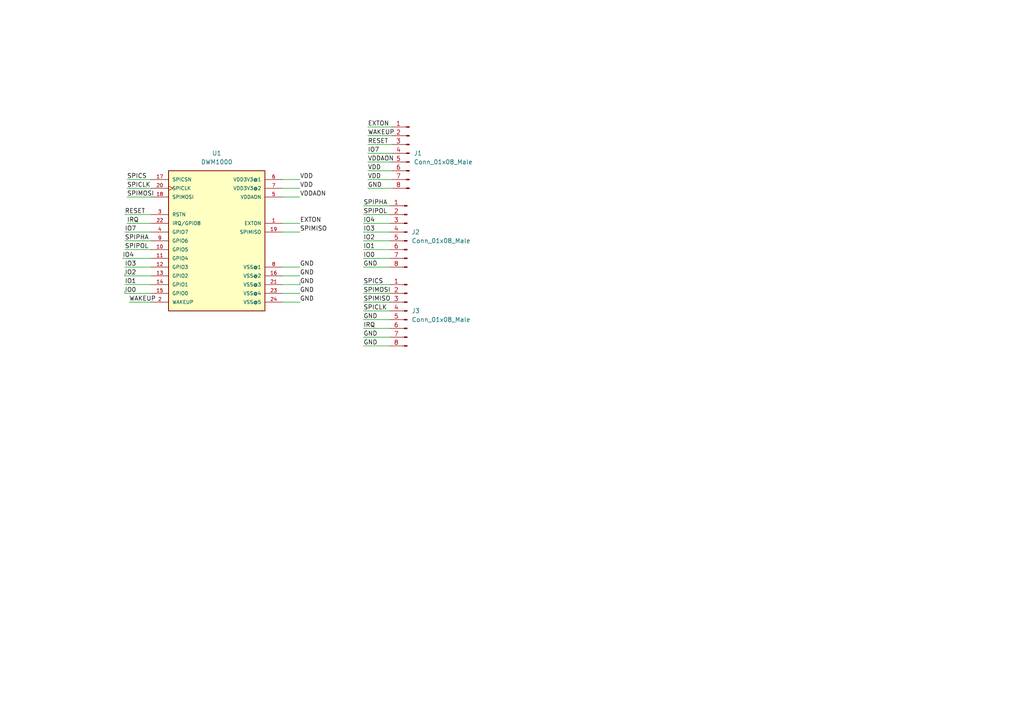
<source format=kicad_sch>
(kicad_sch (version 20210621) (generator eeschema)
  (paper "A4")
  (lib_symbols
    (symbol "Connector:Conn_01x08_Male" (pin_names (offset 1.016) hide)
      (property "Reference" "J" (at 0 10.16 0))
      (property "Value" "Conn_01x08_Male" (at 0 -12.7 0))
      (symbol "Conn_01x08_Male_1_1"
        (rectangle (start 0.8636 -10.033) (end 0 -10.287) (stroke (width 0.1524)) (fill (type outline)))
        (rectangle (start 0.8636 -7.493) (end 0 -7.747) (stroke (width 0.1524)) (fill (type outline)))
        (rectangle (start 0.8636 -4.953) (end 0 -5.207) (stroke (width 0.1524)) (fill (type outline)))
        (rectangle (start 0.8636 -2.413) (end 0 -2.667) (stroke (width 0.1524)) (fill (type outline)))
        (rectangle (start 0.8636 0.127) (end 0 -0.127) (stroke (width 0.1524)) (fill (type outline)))
        (rectangle (start 0.8636 2.667) (end 0 2.413) (stroke (width 0.1524)) (fill (type outline)))
        (rectangle (start 0.8636 5.207) (end 0 4.953) (stroke (width 0.1524)) (fill (type outline)))
        (rectangle (start 0.8636 7.747) (end 0 7.493) (stroke (width 0.1524)) (fill (type outline)))
        (polyline (pts (xy 1.27 -10.16) (xy 0.8636 -10.16)) (stroke (width 0.1524)))
        (polyline (pts (xy 1.27 -7.62) (xy 0.8636 -7.62)) (stroke (width 0.1524)))
        (polyline (pts (xy 1.27 -5.08) (xy 0.8636 -5.08)) (stroke (width 0.1524)))
        (polyline (pts (xy 1.27 -2.54) (xy 0.8636 -2.54)) (stroke (width 0.1524)))
        (polyline (pts (xy 1.27 0) (xy 0.8636 0)) (stroke (width 0.1524)))
        (polyline (pts (xy 1.27 2.54) (xy 0.8636 2.54)) (stroke (width 0.1524)))
        (polyline (pts (xy 1.27 5.08) (xy 0.8636 5.08)) (stroke (width 0.1524)))
        (polyline (pts (xy 1.27 7.62) (xy 0.8636 7.62)) (stroke (width 0.1524)))
        (pin passive line (at 5.08 7.62 180) (length 3.81) (name "Pin_1") (number "1"))
        (pin passive line (at 5.08 5.08 180) (length 3.81) (name "Pin_2") (number "2"))
        (pin passive line (at 5.08 2.54 180) (length 3.81) (name "Pin_3") (number "3"))
        (pin passive line (at 5.08 0 180) (length 3.81) (name "Pin_4") (number "4"))
        (pin passive line (at 5.08 -2.54 180) (length 3.81) (name "Pin_5") (number "5"))
        (pin passive line (at 5.08 -5.08 180) (length 3.81) (name "Pin_6") (number "6"))
        (pin passive line (at 5.08 -7.62 180) (length 3.81) (name "Pin_7") (number "7"))
        (pin passive line (at 5.08 -10.16 180) (length 3.81) (name "Pin_8") (number "8"))
      )
    )
    (symbol "dwm1000:DWM1000" (pin_names (offset 1.016))
      (property "Reference" "U" (at -12.7 20.3454 0))
      (property "Value" "DWM1000" (at -12.7 -22.86 0))
      (symbol "DWM1000_0_0"
        (rectangle (start -12.7 -20.32) (end 15.24 20.32) (stroke (width 0.254)) (fill (type background)))
        (pin output line (at 20.32 5.08 180) (length 5.08) (name "EXTON") (number "1"))
        (pin bidirectional line (at -17.78 -2.54 0) (length 5.08) (name "GPIO5") (number "10"))
        (pin bidirectional line (at -17.78 -5.08 0) (length 5.08) (name "GPIO4") (number "11"))
        (pin bidirectional line (at -17.78 -7.62 0) (length 5.08) (name "GPIO3") (number "12"))
        (pin bidirectional line (at -17.78 -10.16 0) (length 5.08) (name "GPIO2") (number "13"))
        (pin bidirectional line (at -17.78 -12.7 0) (length 5.08) (name "GPIO1") (number "14"))
        (pin bidirectional line (at -17.78 -15.24 0) (length 5.08) (name "GPIO0") (number "15"))
        (pin power_in line (at 20.32 -10.16 180) (length 5.08) (name "VSS@2") (number "16"))
        (pin input line (at -17.78 17.78 0) (length 5.08) (name "SPICSN") (number "17"))
        (pin input line (at -17.78 12.7 0) (length 5.08) (name "SPIMOSI") (number "18"))
        (pin output line (at 20.32 2.54 180) (length 5.08) (name "SPIMISO") (number "19"))
        (pin bidirectional line (at -17.78 -17.78 0) (length 5.08) (name "WAKEUP") (number "2"))
        (pin input clock (at -17.78 15.24 0) (length 5.08) (name "SPICLK") (number "20"))
        (pin power_in line (at 20.32 -12.7 180) (length 5.08) (name "VSS@3") (number "21"))
        (pin bidirectional line (at -17.78 5.08 0) (length 5.08) (name "IRQ/GPIO8") (number "22"))
        (pin power_in line (at 20.32 -15.24 180) (length 5.08) (name "VSS@4") (number "23"))
        (pin power_in line (at 20.32 -17.78 180) (length 5.08) (name "VSS@5") (number "24"))
        (pin bidirectional line (at -17.78 7.62 0) (length 5.08) (name "RSTN") (number "3"))
        (pin bidirectional line (at -17.78 2.54 0) (length 5.08) (name "GPIO7") (number "4"))
        (pin power_in line (at 20.32 12.7 180) (length 5.08) (name "VDDAON") (number "5"))
        (pin power_in line (at 20.32 17.78 180) (length 5.08) (name "VDD3V3@1") (number "6"))
        (pin power_in line (at 20.32 15.24 180) (length 5.08) (name "VDD3V3@2") (number "7"))
        (pin power_in line (at 20.32 -7.62 180) (length 5.08) (name "VSS@1") (number "8"))
        (pin bidirectional line (at -17.78 0 0) (length 5.08) (name "GPIO6") (number "9"))
      )
    )
  )
  (wire (pts (xy 35.56 74.93) (xy 43.815 74.93)))
  (wire (pts (xy 36.195 62.23) (xy 43.815 62.23)))
  (wire (pts (xy 36.195 67.31) (xy 43.815 67.31)))
  (wire (pts (xy 36.195 69.85) (xy 43.815 69.85)))
  (wire (pts (xy 36.195 72.39) (xy 43.815 72.39)))
  (wire (pts (xy 36.195 77.47) (xy 43.815 77.47)))
  (wire (pts (xy 36.195 79.375) (xy 36.195 80.01)))
  (wire (pts (xy 36.195 82.55) (xy 43.815 82.55)))
  (wire (pts (xy 36.195 84.455) (xy 36.195 85.09)))
  (wire (pts (xy 36.83 52.07) (xy 43.815 52.07)))
  (wire (pts (xy 36.83 54.61) (xy 43.815 54.61)))
  (wire (pts (xy 36.83 57.15) (xy 43.815 57.15)))
  (wire (pts (xy 36.83 64.77) (xy 43.815 64.77)))
  (wire (pts (xy 37.465 87.63) (xy 43.815 87.63)))
  (wire (pts (xy 43.815 80.01) (xy 36.195 80.01)))
  (wire (pts (xy 43.815 85.09) (xy 36.195 85.09)))
  (wire (pts (xy 81.915 52.07) (xy 86.995 52.07)))
  (wire (pts (xy 81.915 54.61) (xy 86.995 54.61)))
  (wire (pts (xy 81.915 57.15) (xy 86.995 57.15)))
  (wire (pts (xy 81.915 64.77) (xy 86.995 64.77)))
  (wire (pts (xy 81.915 67.31) (xy 86.995 67.31)))
  (wire (pts (xy 81.915 77.47) (xy 86.995 77.47)))
  (wire (pts (xy 81.915 80.01) (xy 86.995 80.01)))
  (wire (pts (xy 81.915 82.55) (xy 86.995 82.55)))
  (wire (pts (xy 81.915 85.09) (xy 86.995 85.09)))
  (wire (pts (xy 81.915 87.63) (xy 86.995 87.63)))
  (wire (pts (xy 86.995 81.915) (xy 86.995 82.55)))
  (wire (pts (xy 105.41 59.69) (xy 113.03 59.69)))
  (wire (pts (xy 105.41 62.23) (xy 113.03 62.23)))
  (wire (pts (xy 105.41 64.77) (xy 113.03 64.77)))
  (wire (pts (xy 105.41 67.31) (xy 113.03 67.31)))
  (wire (pts (xy 105.41 69.85) (xy 113.03 69.85)))
  (wire (pts (xy 105.41 72.39) (xy 113.03 72.39)))
  (wire (pts (xy 105.41 74.93) (xy 113.03 74.93)))
  (wire (pts (xy 105.41 77.47) (xy 113.03 77.47)))
  (wire (pts (xy 105.41 82.55) (xy 113.03 82.55)))
  (wire (pts (xy 105.41 85.09) (xy 113.03 85.09)))
  (wire (pts (xy 105.41 87.63) (xy 113.03 87.63)))
  (wire (pts (xy 105.41 90.17) (xy 113.03 90.17)))
  (wire (pts (xy 105.41 92.71) (xy 113.03 92.71)))
  (wire (pts (xy 105.41 95.25) (xy 113.03 95.25)))
  (wire (pts (xy 105.41 97.79) (xy 113.03 97.79)))
  (wire (pts (xy 105.41 100.33) (xy 113.03 100.33)))
  (wire (pts (xy 106.68 36.83) (xy 113.665 36.83)))
  (wire (pts (xy 106.68 39.37) (xy 113.665 39.37)))
  (wire (pts (xy 106.68 41.91) (xy 113.665 41.91)))
  (wire (pts (xy 106.68 44.45) (xy 113.665 44.45)))
  (wire (pts (xy 106.68 46.99) (xy 113.665 46.99)))
  (wire (pts (xy 106.68 49.53) (xy 113.665 49.53)))
  (wire (pts (xy 106.68 52.07) (xy 113.665 52.07)))
  (wire (pts (xy 106.68 54.61) (xy 113.665 54.61)))
  (label "IO4" (at 35.56 74.93 0))
  (label "RESET" (at 36.195 62.23 0))
  (label "IO7" (at 36.195 67.31 0))
  (label "SPIPHA" (at 36.195 69.85 0))
  (label "SPIPOL" (at 36.195 72.39 0))
  (label "IO3" (at 36.195 77.47 0))
  (label "IO2" (at 36.195 80.01 0))
  (label "IO1" (at 36.195 82.55 0))
  (label "IO0" (at 36.195 85.09 0))
  (label "SPICS" (at 36.83 52.07 0))
  (label "SPICLK" (at 36.83 54.61 0))
  (label "SPIMOSI" (at 36.83 57.15 0))
  (label "IRQ" (at 36.83 64.77 0))
  (label "WAKEUP" (at 37.465 87.63 0))
  (label "VDD" (at 86.995 52.07 0))
  (label "VDD" (at 86.995 54.61 0))
  (label "VDDAON" (at 86.995 57.15 0))
  (label "EXTON" (at 86.995 64.77 0))
  (label "SPIMISO" (at 86.995 67.31 0))
  (label "GND" (at 86.995 77.47 0))
  (label "GND" (at 86.995 80.01 0))
  (label "GND" (at 86.995 82.55 0))
  (label "GND" (at 86.995 85.09 0))
  (label "GND" (at 86.995 87.63 0))
  (label "SPIPHA" (at 105.41 59.69 0))
  (label "SPIPOL" (at 105.41 62.23 0))
  (label "IO4" (at 105.41 64.77 0))
  (label "IO3" (at 105.41 67.31 0))
  (label "IO2" (at 105.41 69.85 0))
  (label "IO1" (at 105.41 72.39 0))
  (label "IO0" (at 105.41 74.93 0))
  (label "GND" (at 105.41 77.47 0))
  (label "SPICS" (at 105.41 82.55 0))
  (label "SPIMOSI" (at 105.41 85.09 0))
  (label "SPIMISO" (at 105.41 87.63 0))
  (label "SPICLK" (at 105.41 90.17 0))
  (label "GND" (at 105.41 92.71 0))
  (label "IRQ" (at 105.41 95.25 0))
  (label "GND" (at 105.41 97.79 0))
  (label "GND" (at 105.41 100.33 0))
  (label "EXTON" (at 106.68 36.83 0))
  (label "WAKEUP" (at 106.68 39.37 0))
  (label "RESET" (at 106.68 41.91 0))
  (label "IO7" (at 106.68 44.45 0))
  (label "VDDAON" (at 106.68 46.99 0))
  (label "VDD" (at 106.68 49.53 0))
  (label "VDD" (at 106.68 52.07 0))
  (label "GND" (at 106.68 54.61 0))
  (symbol (lib_id "Connector:Conn_01x08_Male") (at 118.11 67.31 0) (mirror y) (unit 1)
    (property "Reference" "J2" (at 119.38 67.3099 0) (effects (justify right)))
    (property "Value" "Conn_01x08_Male" (at 119.38 69.8499 0) (effects (justify right)))
    (property "Footprint" "Connector_PinHeader_2.54mm:PinHeader_1x08_P2.54mm_Vertical" (effects hide))
  )
  (symbol (lib_id "Connector:Conn_01x08_Male") (at 118.11 90.17 0) (mirror y) (unit 1)
    (property "Reference" "J3" (at 119.38 90.1699 0) (effects (justify right)))
    (property "Value" "Conn_01x08_Male" (at 119.38 92.7099 0) (effects (justify right)))
    (property "Footprint" "Connector_PinHeader_2.54mm:PinHeader_1x08_P2.54mm_Vertical" (effects hide))
  )
  (symbol (lib_id "Connector:Conn_01x08_Male") (at 118.745 44.45 0) (mirror y) (unit 1)
    (property "Reference" "J1" (at 120.015 44.4499 0) (effects (justify right)))
    (property "Value" "Conn_01x08_Male" (at 120.015 46.9899 0) (effects (justify right)))
    (property "Footprint" "Connector_PinHeader_2.54mm:PinHeader_1x08_P2.54mm_Vertical" (effects hide))
  )
  (symbol (lib_id "dwm1000:DWM1000") (at 61.595 69.85 0) (unit 1)
    (property "Reference" "U1" (at 62.865 44.45 0))
    (property "Value" "DWM1000" (at 62.865 46.99 0))
    (property "Footprint" "dwm1000:DWM1000" (effects hide))
    (property "MANUFACTURER" "Decawave" (effects hide))
  )
)
</source>
